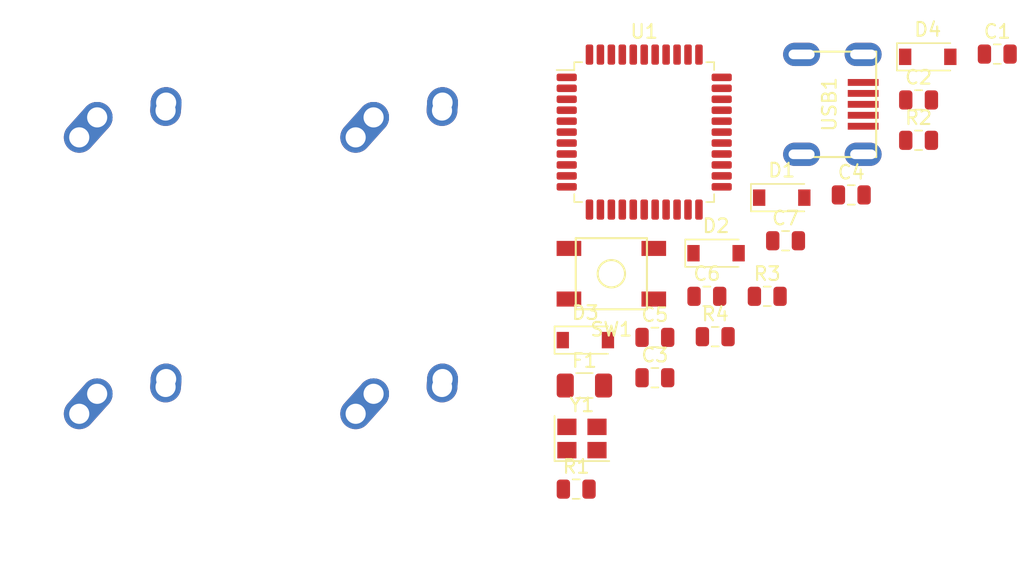
<source format=kicad_pcb>
(kicad_pcb (version 20171130) (host pcbnew "(5.1.4)-1")

  (general
    (thickness 1.6)
    (drawings 0)
    (tracks 0)
    (zones 0)
    (modules 24)
    (nets 49)
  )

  (page A4)
  (layers
    (0 F.Cu signal)
    (31 B.Cu signal)
    (32 B.Adhes user)
    (33 F.Adhes user)
    (34 B.Paste user)
    (35 F.Paste user)
    (36 B.SilkS user)
    (37 F.SilkS user)
    (38 B.Mask user)
    (39 F.Mask user)
    (40 Dwgs.User user)
    (41 Cmts.User user)
    (42 Eco1.User user)
    (43 Eco2.User user)
    (44 Edge.Cuts user)
    (45 Margin user)
    (46 B.CrtYd user)
    (47 F.CrtYd user)
    (48 B.Fab user)
    (49 F.Fab user)
  )

  (setup
    (last_trace_width 0.25)
    (trace_clearance 0.2)
    (zone_clearance 0.508)
    (zone_45_only no)
    (trace_min 0.2)
    (via_size 0.8)
    (via_drill 0.4)
    (via_min_size 0.4)
    (via_min_drill 0.3)
    (uvia_size 0.3)
    (uvia_drill 0.1)
    (uvias_allowed no)
    (uvia_min_size 0.2)
    (uvia_min_drill 0.1)
    (edge_width 0.05)
    (segment_width 0.2)
    (pcb_text_width 0.3)
    (pcb_text_size 1.5 1.5)
    (mod_edge_width 0.12)
    (mod_text_size 1 1)
    (mod_text_width 0.15)
    (pad_size 1.524 1.524)
    (pad_drill 0.762)
    (pad_to_mask_clearance 0.051)
    (solder_mask_min_width 0.25)
    (aux_axis_origin 0 0)
    (visible_elements FFFFFF7F)
    (pcbplotparams
      (layerselection 0x010fc_ffffffff)
      (usegerberextensions false)
      (usegerberattributes false)
      (usegerberadvancedattributes false)
      (creategerberjobfile false)
      (excludeedgelayer true)
      (linewidth 0.100000)
      (plotframeref false)
      (viasonmask false)
      (mode 1)
      (useauxorigin false)
      (hpglpennumber 1)
      (hpglpenspeed 20)
      (hpglpendiameter 15.000000)
      (psnegative false)
      (psa4output false)
      (plotreference true)
      (plotvalue true)
      (plotinvisibletext false)
      (padsonsilk false)
      (subtractmaskfromsilk false)
      (outputformat 1)
      (mirror false)
      (drillshape 1)
      (scaleselection 1)
      (outputdirectory ""))
  )

  (net 0 "")
  (net 1 "Net-(C1-Pad2)")
  (net 2 GND)
  (net 3 "Net-(C2-Pad2)")
  (net 4 "Net-(C3-Pad1)")
  (net 5 +5V)
  (net 6 "Net-(D1-Pad2)")
  (net 7 ROW0)
  (net 8 "Net-(D2-Pad2)")
  (net 9 "Net-(D3-Pad2)")
  (net 10 ROW1)
  (net 11 "Net-(D4-Pad2)")
  (net 12 VCC)
  (net 13 COL0)
  (net 14 COL1)
  (net 15 "Net-(R1-Pad2)")
  (net 16 D+)
  (net 17 "Net-(R2-Pad1)")
  (net 18 D-)
  (net 19 "Net-(R3-Pad1)")
  (net 20 "Net-(R4-Pad2)")
  (net 21 "Net-(U1-Pad42)")
  (net 22 "Net-(U1-Pad41)")
  (net 23 "Net-(U1-Pad40)")
  (net 24 "Net-(U1-Pad39)")
  (net 25 "Net-(U1-Pad38)")
  (net 26 "Net-(U1-Pad37)")
  (net 27 "Net-(U1-Pad36)")
  (net 28 "Net-(U1-Pad32)")
  (net 29 "Net-(U1-Pad31)")
  (net 30 "Net-(U1-Pad30)")
  (net 31 "Net-(U1-Pad29)")
  (net 32 "Net-(U1-Pad28)")
  (net 33 "Net-(U1-Pad27)")
  (net 34 "Net-(U1-Pad26)")
  (net 35 "Net-(U1-Pad25)")
  (net 36 "Net-(U1-Pad22)")
  (net 37 "Net-(U1-Pad21)")
  (net 38 "Net-(U1-Pad20)")
  (net 39 "Net-(U1-Pad19)")
  (net 40 "Net-(U1-Pad18)")
  (net 41 "Net-(U1-Pad12)")
  (net 42 "Net-(U1-Pad11)")
  (net 43 "Net-(U1-Pad10)")
  (net 44 "Net-(U1-Pad9)")
  (net 45 "Net-(U1-Pad8)")
  (net 46 "Net-(U1-Pad1)")
  (net 47 "Net-(USB1-Pad6)")
  (net 48 "Net-(USB1-Pad2)")

  (net_class Default "This is the default net class."
    (clearance 0.2)
    (trace_width 0.25)
    (via_dia 0.8)
    (via_drill 0.4)
    (uvia_dia 0.3)
    (uvia_drill 0.1)
    (add_net +5V)
    (add_net COL0)
    (add_net COL1)
    (add_net D+)
    (add_net D-)
    (add_net GND)
    (add_net "Net-(C1-Pad2)")
    (add_net "Net-(C2-Pad2)")
    (add_net "Net-(C3-Pad1)")
    (add_net "Net-(D1-Pad2)")
    (add_net "Net-(D2-Pad2)")
    (add_net "Net-(D3-Pad2)")
    (add_net "Net-(D4-Pad2)")
    (add_net "Net-(R1-Pad2)")
    (add_net "Net-(R2-Pad1)")
    (add_net "Net-(R3-Pad1)")
    (add_net "Net-(R4-Pad2)")
    (add_net "Net-(U1-Pad1)")
    (add_net "Net-(U1-Pad10)")
    (add_net "Net-(U1-Pad11)")
    (add_net "Net-(U1-Pad12)")
    (add_net "Net-(U1-Pad18)")
    (add_net "Net-(U1-Pad19)")
    (add_net "Net-(U1-Pad20)")
    (add_net "Net-(U1-Pad21)")
    (add_net "Net-(U1-Pad22)")
    (add_net "Net-(U1-Pad25)")
    (add_net "Net-(U1-Pad26)")
    (add_net "Net-(U1-Pad27)")
    (add_net "Net-(U1-Pad28)")
    (add_net "Net-(U1-Pad29)")
    (add_net "Net-(U1-Pad30)")
    (add_net "Net-(U1-Pad31)")
    (add_net "Net-(U1-Pad32)")
    (add_net "Net-(U1-Pad36)")
    (add_net "Net-(U1-Pad37)")
    (add_net "Net-(U1-Pad38)")
    (add_net "Net-(U1-Pad39)")
    (add_net "Net-(U1-Pad40)")
    (add_net "Net-(U1-Pad41)")
    (add_net "Net-(U1-Pad42)")
    (add_net "Net-(U1-Pad8)")
    (add_net "Net-(U1-Pad9)")
    (add_net "Net-(USB1-Pad2)")
    (add_net "Net-(USB1-Pad6)")
    (add_net ROW0)
    (add_net ROW1)
    (add_net VCC)
  )

  (module Crystal:Crystal_SMD_3225-4Pin_3.2x2.5mm (layer F.Cu) (tedit 5A0FD1B2) (tstamp 5FF58872)
    (at 63.63 111.91)
    (descr "SMD Crystal SERIES SMD3225/4 http://www.txccrystal.com/images/pdf/7m-accuracy.pdf, 3.2x2.5mm^2 package")
    (tags "SMD SMT crystal")
    (path /5FB8F343)
    (attr smd)
    (fp_text reference Y1 (at 0 -2.45) (layer F.SilkS)
      (effects (font (size 1 1) (thickness 0.15)))
    )
    (fp_text value 16MHz (at 0 2.45) (layer F.Fab)
      (effects (font (size 1 1) (thickness 0.15)))
    )
    (fp_line (start 2.1 -1.7) (end -2.1 -1.7) (layer F.CrtYd) (width 0.05))
    (fp_line (start 2.1 1.7) (end 2.1 -1.7) (layer F.CrtYd) (width 0.05))
    (fp_line (start -2.1 1.7) (end 2.1 1.7) (layer F.CrtYd) (width 0.05))
    (fp_line (start -2.1 -1.7) (end -2.1 1.7) (layer F.CrtYd) (width 0.05))
    (fp_line (start -2 1.65) (end 2 1.65) (layer F.SilkS) (width 0.12))
    (fp_line (start -2 -1.65) (end -2 1.65) (layer F.SilkS) (width 0.12))
    (fp_line (start -1.6 0.25) (end -0.6 1.25) (layer F.Fab) (width 0.1))
    (fp_line (start 1.6 -1.25) (end -1.6 -1.25) (layer F.Fab) (width 0.1))
    (fp_line (start 1.6 1.25) (end 1.6 -1.25) (layer F.Fab) (width 0.1))
    (fp_line (start -1.6 1.25) (end 1.6 1.25) (layer F.Fab) (width 0.1))
    (fp_line (start -1.6 -1.25) (end -1.6 1.25) (layer F.Fab) (width 0.1))
    (fp_text user %R (at 0 0) (layer F.Fab)
      (effects (font (size 0.7 0.7) (thickness 0.105)))
    )
    (pad 4 smd rect (at -1.1 -0.85) (size 1.4 1.2) (layers F.Cu F.Paste F.Mask)
      (net 2 GND))
    (pad 3 smd rect (at 1.1 -0.85) (size 1.4 1.2) (layers F.Cu F.Paste F.Mask)
      (net 3 "Net-(C2-Pad2)"))
    (pad 2 smd rect (at 1.1 0.85) (size 1.4 1.2) (layers F.Cu F.Paste F.Mask)
      (net 2 GND))
    (pad 1 smd rect (at -1.1 0.85) (size 1.4 1.2) (layers F.Cu F.Paste F.Mask)
      (net 1 "Net-(C1-Pad2)"))
    (model ${KISYS3DMOD}/Crystal.3dshapes/Crystal_SMD_3225-4Pin_3.2x2.5mm.wrl
      (at (xyz 0 0 0))
      (scale (xyz 1 1 1))
      (rotate (xyz 0 0 0))
    )
  )

  (module random-keyboard-parts:Molex-0548190589 (layer F.Cu) (tedit 5C494815) (tstamp 5FF5885E)
    (at 79.68 87.492)
    (path /5FE694F7)
    (attr smd)
    (fp_text reference USB1 (at 2.032 0 90) (layer F.SilkS)
      (effects (font (size 1 1) (thickness 0.15)))
    )
    (fp_text value Molex-0548190589 (at -5.08 0 90) (layer Dwgs.User)
      (effects (font (size 1 1) (thickness 0.15)))
    )
    (fp_text user %R (at 2 0 90) (layer F.CrtYd)
      (effects (font (size 1 1) (thickness 0.15)))
    )
    (fp_line (start 3.25 -1.25) (end 5.5 -1.25) (layer F.CrtYd) (width 0.15))
    (fp_line (start 5.5 -0.5) (end 3.25 -0.5) (layer F.CrtYd) (width 0.15))
    (fp_line (start 3.25 0.5) (end 5.5 0.5) (layer F.CrtYd) (width 0.15))
    (fp_line (start 5.5 1.25) (end 3.25 1.25) (layer F.CrtYd) (width 0.15))
    (fp_line (start 3.25 2) (end 5.5 2) (layer F.CrtYd) (width 0.15))
    (fp_line (start 3.25 -2) (end 3.25 2) (layer F.CrtYd) (width 0.15))
    (fp_line (start 5.5 -2) (end 3.25 -2) (layer F.CrtYd) (width 0.15))
    (fp_line (start -3.75 3.75) (end -3.75 -3.75) (layer F.CrtYd) (width 0.15))
    (fp_line (start 5.5 3.75) (end -3.75 3.75) (layer F.CrtYd) (width 0.15))
    (fp_line (start 5.5 -3.75) (end 5.5 3.75) (layer F.CrtYd) (width 0.15))
    (fp_line (start -3.75 -3.75) (end 5.5 -3.75) (layer F.CrtYd) (width 0.15))
    (fp_line (start 0 -3.85) (end 5.45 -3.85) (layer F.SilkS) (width 0.15))
    (fp_line (start 0 3.85) (end 5.45 3.85) (layer F.SilkS) (width 0.15))
    (fp_line (start 5.45 -3.85) (end 5.45 3.85) (layer F.SilkS) (width 0.15))
    (fp_line (start -3.75 -3.85) (end 0 -3.85) (layer Dwgs.User) (width 0.15))
    (fp_line (start -3.75 3.85) (end 0 3.85) (layer Dwgs.User) (width 0.15))
    (fp_line (start -1.75 -4.572) (end -1.75 4.572) (layer Dwgs.User) (width 0.15))
    (fp_line (start -3.75 -3.85) (end -3.75 3.85) (layer Dwgs.User) (width 0.15))
    (pad 6 thru_hole oval (at 0 -3.65) (size 2.7 1.7) (drill oval 1.9 0.7) (layers *.Cu *.Mask)
      (net 47 "Net-(USB1-Pad6)"))
    (pad 6 thru_hole oval (at 0 3.65) (size 2.7 1.7) (drill oval 1.9 0.7) (layers *.Cu *.Mask)
      (net 47 "Net-(USB1-Pad6)"))
    (pad 6 thru_hole oval (at 4.5 3.65) (size 2.7 1.7) (drill oval 1.9 0.7) (layers *.Cu *.Mask)
      (net 47 "Net-(USB1-Pad6)"))
    (pad 6 thru_hole oval (at 4.5 -3.65) (size 2.7 1.7) (drill oval 1.9 0.7) (layers *.Cu *.Mask)
      (net 47 "Net-(USB1-Pad6)"))
    (pad 5 smd rect (at 4.5 -1.6) (size 2.25 0.5) (layers F.Cu F.Paste F.Mask)
      (net 12 VCC))
    (pad 4 smd rect (at 4.5 -0.8) (size 2.25 0.5) (layers F.Cu F.Paste F.Mask)
      (net 18 D-))
    (pad 3 smd rect (at 4.5 0) (size 2.25 0.5) (layers F.Cu F.Paste F.Mask)
      (net 16 D+))
    (pad 2 smd rect (at 4.5 0.8) (size 2.25 0.5) (layers F.Cu F.Paste F.Mask)
      (net 48 "Net-(USB1-Pad2)"))
    (pad 1 smd rect (at 4.5 1.6) (size 2.25 0.5) (layers F.Cu F.Paste F.Mask)
      (net 2 GND))
  )

  (module Package_QFP:LQFP-44_10x10mm_P0.8mm (layer F.Cu) (tedit 5C18330E) (tstamp 5FF5883E)
    (at 68.18 89.52)
    (descr "LQFP, 44 Pin (https://www.nxp.com/files-static/shared/doc/package_info/98ASS23225W.pdf?&fsrch=1), generated with kicad-footprint-generator ipc_gullwing_generator.py")
    (tags "LQFP QFP")
    (path /5FB82BAB)
    (attr smd)
    (fp_text reference U1 (at 0 -7.35) (layer F.SilkS)
      (effects (font (size 1 1) (thickness 0.15)))
    )
    (fp_text value ATmega32U4-AU (at 0 7.35) (layer F.Fab)
      (effects (font (size 1 1) (thickness 0.15)))
    )
    (fp_text user %R (at 0 0) (layer F.Fab)
      (effects (font (size 1 1) (thickness 0.15)))
    )
    (fp_line (start 6.65 4.52) (end 6.65 0) (layer F.CrtYd) (width 0.05))
    (fp_line (start 5.25 4.52) (end 6.65 4.52) (layer F.CrtYd) (width 0.05))
    (fp_line (start 5.25 5.25) (end 5.25 4.52) (layer F.CrtYd) (width 0.05))
    (fp_line (start 4.52 5.25) (end 5.25 5.25) (layer F.CrtYd) (width 0.05))
    (fp_line (start 4.52 6.65) (end 4.52 5.25) (layer F.CrtYd) (width 0.05))
    (fp_line (start 0 6.65) (end 4.52 6.65) (layer F.CrtYd) (width 0.05))
    (fp_line (start -6.65 4.52) (end -6.65 0) (layer F.CrtYd) (width 0.05))
    (fp_line (start -5.25 4.52) (end -6.65 4.52) (layer F.CrtYd) (width 0.05))
    (fp_line (start -5.25 5.25) (end -5.25 4.52) (layer F.CrtYd) (width 0.05))
    (fp_line (start -4.52 5.25) (end -5.25 5.25) (layer F.CrtYd) (width 0.05))
    (fp_line (start -4.52 6.65) (end -4.52 5.25) (layer F.CrtYd) (width 0.05))
    (fp_line (start 0 6.65) (end -4.52 6.65) (layer F.CrtYd) (width 0.05))
    (fp_line (start 6.65 -4.52) (end 6.65 0) (layer F.CrtYd) (width 0.05))
    (fp_line (start 5.25 -4.52) (end 6.65 -4.52) (layer F.CrtYd) (width 0.05))
    (fp_line (start 5.25 -5.25) (end 5.25 -4.52) (layer F.CrtYd) (width 0.05))
    (fp_line (start 4.52 -5.25) (end 5.25 -5.25) (layer F.CrtYd) (width 0.05))
    (fp_line (start 4.52 -6.65) (end 4.52 -5.25) (layer F.CrtYd) (width 0.05))
    (fp_line (start 0 -6.65) (end 4.52 -6.65) (layer F.CrtYd) (width 0.05))
    (fp_line (start -6.65 -4.52) (end -6.65 0) (layer F.CrtYd) (width 0.05))
    (fp_line (start -5.25 -4.52) (end -6.65 -4.52) (layer F.CrtYd) (width 0.05))
    (fp_line (start -5.25 -5.25) (end -5.25 -4.52) (layer F.CrtYd) (width 0.05))
    (fp_line (start -4.52 -5.25) (end -5.25 -5.25) (layer F.CrtYd) (width 0.05))
    (fp_line (start -4.52 -6.65) (end -4.52 -5.25) (layer F.CrtYd) (width 0.05))
    (fp_line (start 0 -6.65) (end -4.52 -6.65) (layer F.CrtYd) (width 0.05))
    (fp_line (start -5 -4) (end -4 -5) (layer F.Fab) (width 0.1))
    (fp_line (start -5 5) (end -5 -4) (layer F.Fab) (width 0.1))
    (fp_line (start 5 5) (end -5 5) (layer F.Fab) (width 0.1))
    (fp_line (start 5 -5) (end 5 5) (layer F.Fab) (width 0.1))
    (fp_line (start -4 -5) (end 5 -5) (layer F.Fab) (width 0.1))
    (fp_line (start -5.11 -4.535) (end -6.4 -4.535) (layer F.SilkS) (width 0.12))
    (fp_line (start -5.11 -5.11) (end -5.11 -4.535) (layer F.SilkS) (width 0.12))
    (fp_line (start -4.535 -5.11) (end -5.11 -5.11) (layer F.SilkS) (width 0.12))
    (fp_line (start 5.11 -5.11) (end 5.11 -4.535) (layer F.SilkS) (width 0.12))
    (fp_line (start 4.535 -5.11) (end 5.11 -5.11) (layer F.SilkS) (width 0.12))
    (fp_line (start -5.11 5.11) (end -5.11 4.535) (layer F.SilkS) (width 0.12))
    (fp_line (start -4.535 5.11) (end -5.11 5.11) (layer F.SilkS) (width 0.12))
    (fp_line (start 5.11 5.11) (end 5.11 4.535) (layer F.SilkS) (width 0.12))
    (fp_line (start 4.535 5.11) (end 5.11 5.11) (layer F.SilkS) (width 0.12))
    (pad 44 smd roundrect (at -4 -5.6625) (size 0.55 1.475) (layers F.Cu F.Paste F.Mask) (roundrect_rratio 0.25)
      (net 5 +5V))
    (pad 43 smd roundrect (at -3.2 -5.6625) (size 0.55 1.475) (layers F.Cu F.Paste F.Mask) (roundrect_rratio 0.25)
      (net 2 GND))
    (pad 42 smd roundrect (at -2.4 -5.6625) (size 0.55 1.475) (layers F.Cu F.Paste F.Mask) (roundrect_rratio 0.25)
      (net 21 "Net-(U1-Pad42)"))
    (pad 41 smd roundrect (at -1.6 -5.6625) (size 0.55 1.475) (layers F.Cu F.Paste F.Mask) (roundrect_rratio 0.25)
      (net 22 "Net-(U1-Pad41)"))
    (pad 40 smd roundrect (at -0.8 -5.6625) (size 0.55 1.475) (layers F.Cu F.Paste F.Mask) (roundrect_rratio 0.25)
      (net 23 "Net-(U1-Pad40)"))
    (pad 39 smd roundrect (at 0 -5.6625) (size 0.55 1.475) (layers F.Cu F.Paste F.Mask) (roundrect_rratio 0.25)
      (net 24 "Net-(U1-Pad39)"))
    (pad 38 smd roundrect (at 0.8 -5.6625) (size 0.55 1.475) (layers F.Cu F.Paste F.Mask) (roundrect_rratio 0.25)
      (net 25 "Net-(U1-Pad38)"))
    (pad 37 smd roundrect (at 1.6 -5.6625) (size 0.55 1.475) (layers F.Cu F.Paste F.Mask) (roundrect_rratio 0.25)
      (net 26 "Net-(U1-Pad37)"))
    (pad 36 smd roundrect (at 2.4 -5.6625) (size 0.55 1.475) (layers F.Cu F.Paste F.Mask) (roundrect_rratio 0.25)
      (net 27 "Net-(U1-Pad36)"))
    (pad 35 smd roundrect (at 3.2 -5.6625) (size 0.55 1.475) (layers F.Cu F.Paste F.Mask) (roundrect_rratio 0.25)
      (net 2 GND))
    (pad 34 smd roundrect (at 4 -5.6625) (size 0.55 1.475) (layers F.Cu F.Paste F.Mask) (roundrect_rratio 0.25)
      (net 5 +5V))
    (pad 33 smd roundrect (at 5.6625 -4) (size 1.475 0.55) (layers F.Cu F.Paste F.Mask) (roundrect_rratio 0.25)
      (net 20 "Net-(R4-Pad2)"))
    (pad 32 smd roundrect (at 5.6625 -3.2) (size 1.475 0.55) (layers F.Cu F.Paste F.Mask) (roundrect_rratio 0.25)
      (net 28 "Net-(U1-Pad32)"))
    (pad 31 smd roundrect (at 5.6625 -2.4) (size 1.475 0.55) (layers F.Cu F.Paste F.Mask) (roundrect_rratio 0.25)
      (net 29 "Net-(U1-Pad31)"))
    (pad 30 smd roundrect (at 5.6625 -1.6) (size 1.475 0.55) (layers F.Cu F.Paste F.Mask) (roundrect_rratio 0.25)
      (net 30 "Net-(U1-Pad30)"))
    (pad 29 smd roundrect (at 5.6625 -0.8) (size 1.475 0.55) (layers F.Cu F.Paste F.Mask) (roundrect_rratio 0.25)
      (net 31 "Net-(U1-Pad29)"))
    (pad 28 smd roundrect (at 5.6625 0) (size 1.475 0.55) (layers F.Cu F.Paste F.Mask) (roundrect_rratio 0.25)
      (net 32 "Net-(U1-Pad28)"))
    (pad 27 smd roundrect (at 5.6625 0.8) (size 1.475 0.55) (layers F.Cu F.Paste F.Mask) (roundrect_rratio 0.25)
      (net 33 "Net-(U1-Pad27)"))
    (pad 26 smd roundrect (at 5.6625 1.6) (size 1.475 0.55) (layers F.Cu F.Paste F.Mask) (roundrect_rratio 0.25)
      (net 34 "Net-(U1-Pad26)"))
    (pad 25 smd roundrect (at 5.6625 2.4) (size 1.475 0.55) (layers F.Cu F.Paste F.Mask) (roundrect_rratio 0.25)
      (net 35 "Net-(U1-Pad25)"))
    (pad 24 smd roundrect (at 5.6625 3.2) (size 1.475 0.55) (layers F.Cu F.Paste F.Mask) (roundrect_rratio 0.25)
      (net 5 +5V))
    (pad 23 smd roundrect (at 5.6625 4) (size 1.475 0.55) (layers F.Cu F.Paste F.Mask) (roundrect_rratio 0.25)
      (net 2 GND))
    (pad 22 smd roundrect (at 4 5.6625) (size 0.55 1.475) (layers F.Cu F.Paste F.Mask) (roundrect_rratio 0.25)
      (net 36 "Net-(U1-Pad22)"))
    (pad 21 smd roundrect (at 3.2 5.6625) (size 0.55 1.475) (layers F.Cu F.Paste F.Mask) (roundrect_rratio 0.25)
      (net 37 "Net-(U1-Pad21)"))
    (pad 20 smd roundrect (at 2.4 5.6625) (size 0.55 1.475) (layers F.Cu F.Paste F.Mask) (roundrect_rratio 0.25)
      (net 38 "Net-(U1-Pad20)"))
    (pad 19 smd roundrect (at 1.6 5.6625) (size 0.55 1.475) (layers F.Cu F.Paste F.Mask) (roundrect_rratio 0.25)
      (net 39 "Net-(U1-Pad19)"))
    (pad 18 smd roundrect (at 0.8 5.6625) (size 0.55 1.475) (layers F.Cu F.Paste F.Mask) (roundrect_rratio 0.25)
      (net 40 "Net-(U1-Pad18)"))
    (pad 17 smd roundrect (at 0 5.6625) (size 0.55 1.475) (layers F.Cu F.Paste F.Mask) (roundrect_rratio 0.25)
      (net 1 "Net-(C1-Pad2)"))
    (pad 16 smd roundrect (at -0.8 5.6625) (size 0.55 1.475) (layers F.Cu F.Paste F.Mask) (roundrect_rratio 0.25)
      (net 3 "Net-(C2-Pad2)"))
    (pad 15 smd roundrect (at -1.6 5.6625) (size 0.55 1.475) (layers F.Cu F.Paste F.Mask) (roundrect_rratio 0.25)
      (net 2 GND))
    (pad 14 smd roundrect (at -2.4 5.6625) (size 0.55 1.475) (layers F.Cu F.Paste F.Mask) (roundrect_rratio 0.25)
      (net 5 +5V))
    (pad 13 smd roundrect (at -3.2 5.6625) (size 0.55 1.475) (layers F.Cu F.Paste F.Mask) (roundrect_rratio 0.25)
      (net 15 "Net-(R1-Pad2)"))
    (pad 12 smd roundrect (at -4 5.6625) (size 0.55 1.475) (layers F.Cu F.Paste F.Mask) (roundrect_rratio 0.25)
      (net 41 "Net-(U1-Pad12)"))
    (pad 11 smd roundrect (at -5.6625 4) (size 1.475 0.55) (layers F.Cu F.Paste F.Mask) (roundrect_rratio 0.25)
      (net 42 "Net-(U1-Pad11)"))
    (pad 10 smd roundrect (at -5.6625 3.2) (size 1.475 0.55) (layers F.Cu F.Paste F.Mask) (roundrect_rratio 0.25)
      (net 43 "Net-(U1-Pad10)"))
    (pad 9 smd roundrect (at -5.6625 2.4) (size 1.475 0.55) (layers F.Cu F.Paste F.Mask) (roundrect_rratio 0.25)
      (net 44 "Net-(U1-Pad9)"))
    (pad 8 smd roundrect (at -5.6625 1.6) (size 1.475 0.55) (layers F.Cu F.Paste F.Mask) (roundrect_rratio 0.25)
      (net 45 "Net-(U1-Pad8)"))
    (pad 7 smd roundrect (at -5.6625 0.8) (size 1.475 0.55) (layers F.Cu F.Paste F.Mask) (roundrect_rratio 0.25)
      (net 5 +5V))
    (pad 6 smd roundrect (at -5.6625 0) (size 1.475 0.55) (layers F.Cu F.Paste F.Mask) (roundrect_rratio 0.25)
      (net 4 "Net-(C3-Pad1)"))
    (pad 5 smd roundrect (at -5.6625 -0.8) (size 1.475 0.55) (layers F.Cu F.Paste F.Mask) (roundrect_rratio 0.25)
      (net 2 GND))
    (pad 4 smd roundrect (at -5.6625 -1.6) (size 1.475 0.55) (layers F.Cu F.Paste F.Mask) (roundrect_rratio 0.25)
      (net 17 "Net-(R2-Pad1)"))
    (pad 3 smd roundrect (at -5.6625 -2.4) (size 1.475 0.55) (layers F.Cu F.Paste F.Mask) (roundrect_rratio 0.25)
      (net 19 "Net-(R3-Pad1)"))
    (pad 2 smd roundrect (at -5.6625 -3.2) (size 1.475 0.55) (layers F.Cu F.Paste F.Mask) (roundrect_rratio 0.25)
      (net 5 +5V))
    (pad 1 smd roundrect (at -5.6625 -4) (size 1.475 0.55) (layers F.Cu F.Paste F.Mask) (roundrect_rratio 0.25)
      (net 46 "Net-(U1-Pad1)"))
    (model ${KISYS3DMOD}/Package_QFP.3dshapes/LQFP-44_10x10mm_P0.8mm.wrl
      (at (xyz 0 0 0))
      (scale (xyz 1 1 1))
      (rotate (xyz 0 0 0))
    )
  )

  (module random-keyboard-parts:SKQG-1155865 (layer F.Cu) (tedit 5E62B398) (tstamp 5FF587E7)
    (at 65.78 99.87)
    (path /5FBAF13F)
    (attr smd)
    (fp_text reference SW1 (at 0 4.064) (layer F.SilkS)
      (effects (font (size 1 1) (thickness 0.15)))
    )
    (fp_text value SW_Push (at 0 -4.064) (layer F.Fab)
      (effects (font (size 1 1) (thickness 0.15)))
    )
    (fp_line (start -2.6 -2.6) (end 2.6 -2.6) (layer F.SilkS) (width 0.15))
    (fp_line (start 2.6 -2.6) (end 2.6 2.6) (layer F.SilkS) (width 0.15))
    (fp_line (start 2.6 2.6) (end -2.6 2.6) (layer F.SilkS) (width 0.15))
    (fp_line (start -2.6 2.6) (end -2.6 -2.6) (layer F.SilkS) (width 0.15))
    (fp_circle (center 0 0) (end 1 0) (layer F.SilkS) (width 0.15))
    (fp_line (start -4.2 -2.6) (end 4.2 -2.6) (layer F.Fab) (width 0.15))
    (fp_line (start 4.2 -2.6) (end 4.2 -1.2) (layer F.Fab) (width 0.15))
    (fp_line (start 4.2 -1.1) (end 2.6 -1.1) (layer F.Fab) (width 0.15))
    (fp_line (start 2.6 -1.1) (end 2.6 1.1) (layer F.Fab) (width 0.15))
    (fp_line (start 2.6 1.1) (end 4.2 1.1) (layer F.Fab) (width 0.15))
    (fp_line (start 4.2 1.1) (end 4.2 2.6) (layer F.Fab) (width 0.15))
    (fp_line (start 4.2 2.6) (end -4.2 2.6) (layer F.Fab) (width 0.15))
    (fp_line (start -4.2 2.6) (end -4.2 1.1) (layer F.Fab) (width 0.15))
    (fp_line (start -4.2 1.1) (end -2.6 1.1) (layer F.Fab) (width 0.15))
    (fp_line (start -2.6 1.1) (end -2.6 -1.1) (layer F.Fab) (width 0.15))
    (fp_line (start -2.6 -1.1) (end -4.2 -1.1) (layer F.Fab) (width 0.15))
    (fp_line (start -4.2 -1.1) (end -4.2 -2.6) (layer F.Fab) (width 0.15))
    (fp_circle (center 0 0) (end 1 0) (layer F.Fab) (width 0.15))
    (fp_line (start -2.6 -1.1) (end -1.1 -2.6) (layer F.Fab) (width 0.15))
    (fp_line (start 2.6 -1.1) (end 1.1 -2.6) (layer F.Fab) (width 0.15))
    (fp_line (start 2.6 1.1) (end 1.1 2.6) (layer F.Fab) (width 0.15))
    (fp_line (start -2.6 1.1) (end -1.1 2.6) (layer F.Fab) (width 0.15))
    (pad 4 smd rect (at -3.1 1.85) (size 1.8 1.1) (layers F.Cu F.Paste F.Mask))
    (pad 3 smd rect (at 3.1 -1.85) (size 1.8 1.1) (layers F.Cu F.Paste F.Mask))
    (pad 2 smd rect (at -3.1 -1.85) (size 1.8 1.1) (layers F.Cu F.Paste F.Mask)
      (net 15 "Net-(R1-Pad2)"))
    (pad 1 smd rect (at 3.1 1.85) (size 1.8 1.1) (layers F.Cu F.Paste F.Mask)
      (net 2 GND))
    (model ${KISYS3DMOD}/Button_Switch_SMD.3dshapes/SW_SPST_TL3342.step
      (at (xyz 0 0 0))
      (scale (xyz 1 1 1))
      (rotate (xyz 0 0 0))
    )
  )

  (module Resistor_SMD:R_0805_2012Metric (layer F.Cu) (tedit 5B36C52B) (tstamp 5FF587C9)
    (at 73.37 104.47)
    (descr "Resistor SMD 0805 (2012 Metric), square (rectangular) end terminal, IPC_7351 nominal, (Body size source: https://docs.google.com/spreadsheets/d/1BsfQQcO9C6DZCsRaXUlFlo91Tg2WpOkGARC1WS5S8t0/edit?usp=sharing), generated with kicad-footprint-generator")
    (tags resistor)
    (path /5FB8AA35)
    (attr smd)
    (fp_text reference R4 (at 0 -1.65) (layer F.SilkS)
      (effects (font (size 1 1) (thickness 0.15)))
    )
    (fp_text value 10K (at 0 1.65) (layer F.Fab)
      (effects (font (size 1 1) (thickness 0.15)))
    )
    (fp_text user %R (at 0 0) (layer F.Fab)
      (effects (font (size 0.5 0.5) (thickness 0.08)))
    )
    (fp_line (start 1.68 0.95) (end -1.68 0.95) (layer F.CrtYd) (width 0.05))
    (fp_line (start 1.68 -0.95) (end 1.68 0.95) (layer F.CrtYd) (width 0.05))
    (fp_line (start -1.68 -0.95) (end 1.68 -0.95) (layer F.CrtYd) (width 0.05))
    (fp_line (start -1.68 0.95) (end -1.68 -0.95) (layer F.CrtYd) (width 0.05))
    (fp_line (start -0.258578 0.71) (end 0.258578 0.71) (layer F.SilkS) (width 0.12))
    (fp_line (start -0.258578 -0.71) (end 0.258578 -0.71) (layer F.SilkS) (width 0.12))
    (fp_line (start 1 0.6) (end -1 0.6) (layer F.Fab) (width 0.1))
    (fp_line (start 1 -0.6) (end 1 0.6) (layer F.Fab) (width 0.1))
    (fp_line (start -1 -0.6) (end 1 -0.6) (layer F.Fab) (width 0.1))
    (fp_line (start -1 0.6) (end -1 -0.6) (layer F.Fab) (width 0.1))
    (pad 2 smd roundrect (at 0.9375 0) (size 0.975 1.4) (layers F.Cu F.Paste F.Mask) (roundrect_rratio 0.25)
      (net 20 "Net-(R4-Pad2)"))
    (pad 1 smd roundrect (at -0.9375 0) (size 0.975 1.4) (layers F.Cu F.Paste F.Mask) (roundrect_rratio 0.25)
      (net 2 GND))
    (model ${KISYS3DMOD}/Resistor_SMD.3dshapes/R_0805_2012Metric.wrl
      (at (xyz 0 0 0))
      (scale (xyz 1 1 1))
      (rotate (xyz 0 0 0))
    )
  )

  (module Resistor_SMD:R_0805_2012Metric (layer F.Cu) (tedit 5B36C52B) (tstamp 5FF587B8)
    (at 77.17 101.52)
    (descr "Resistor SMD 0805 (2012 Metric), square (rectangular) end terminal, IPC_7351 nominal, (Body size source: https://docs.google.com/spreadsheets/d/1BsfQQcO9C6DZCsRaXUlFlo91Tg2WpOkGARC1WS5S8t0/edit?usp=sharing), generated with kicad-footprint-generator")
    (tags resistor)
    (path /5FB8FBDC)
    (attr smd)
    (fp_text reference R3 (at 0 -1.65) (layer F.SilkS)
      (effects (font (size 1 1) (thickness 0.15)))
    )
    (fp_text value 22 (at 0 1.65) (layer F.Fab)
      (effects (font (size 1 1) (thickness 0.15)))
    )
    (fp_text user %R (at 0 0) (layer F.Fab)
      (effects (font (size 0.5 0.5) (thickness 0.08)))
    )
    (fp_line (start 1.68 0.95) (end -1.68 0.95) (layer F.CrtYd) (width 0.05))
    (fp_line (start 1.68 -0.95) (end 1.68 0.95) (layer F.CrtYd) (width 0.05))
    (fp_line (start -1.68 -0.95) (end 1.68 -0.95) (layer F.CrtYd) (width 0.05))
    (fp_line (start -1.68 0.95) (end -1.68 -0.95) (layer F.CrtYd) (width 0.05))
    (fp_line (start -0.258578 0.71) (end 0.258578 0.71) (layer F.SilkS) (width 0.12))
    (fp_line (start -0.258578 -0.71) (end 0.258578 -0.71) (layer F.SilkS) (width 0.12))
    (fp_line (start 1 0.6) (end -1 0.6) (layer F.Fab) (width 0.1))
    (fp_line (start 1 -0.6) (end 1 0.6) (layer F.Fab) (width 0.1))
    (fp_line (start -1 -0.6) (end 1 -0.6) (layer F.Fab) (width 0.1))
    (fp_line (start -1 0.6) (end -1 -0.6) (layer F.Fab) (width 0.1))
    (pad 2 smd roundrect (at 0.9375 0) (size 0.975 1.4) (layers F.Cu F.Paste F.Mask) (roundrect_rratio 0.25)
      (net 18 D-))
    (pad 1 smd roundrect (at -0.9375 0) (size 0.975 1.4) (layers F.Cu F.Paste F.Mask) (roundrect_rratio 0.25)
      (net 19 "Net-(R3-Pad1)"))
    (model ${KISYS3DMOD}/Resistor_SMD.3dshapes/R_0805_2012Metric.wrl
      (at (xyz 0 0 0))
      (scale (xyz 1 1 1))
      (rotate (xyz 0 0 0))
    )
  )

  (module Resistor_SMD:R_0805_2012Metric (layer F.Cu) (tedit 5B36C52B) (tstamp 5FF587A7)
    (at 88.23 90.12)
    (descr "Resistor SMD 0805 (2012 Metric), square (rectangular) end terminal, IPC_7351 nominal, (Body size source: https://docs.google.com/spreadsheets/d/1BsfQQcO9C6DZCsRaXUlFlo91Tg2WpOkGARC1WS5S8t0/edit?usp=sharing), generated with kicad-footprint-generator")
    (tags resistor)
    (path /5FB8ED8C)
    (attr smd)
    (fp_text reference R2 (at 0 -1.65) (layer F.SilkS)
      (effects (font (size 1 1) (thickness 0.15)))
    )
    (fp_text value 22 (at 0 1.65) (layer F.Fab)
      (effects (font (size 1 1) (thickness 0.15)))
    )
    (fp_text user %R (at 0 0) (layer F.Fab)
      (effects (font (size 0.5 0.5) (thickness 0.08)))
    )
    (fp_line (start 1.68 0.95) (end -1.68 0.95) (layer F.CrtYd) (width 0.05))
    (fp_line (start 1.68 -0.95) (end 1.68 0.95) (layer F.CrtYd) (width 0.05))
    (fp_line (start -1.68 -0.95) (end 1.68 -0.95) (layer F.CrtYd) (width 0.05))
    (fp_line (start -1.68 0.95) (end -1.68 -0.95) (layer F.CrtYd) (width 0.05))
    (fp_line (start -0.258578 0.71) (end 0.258578 0.71) (layer F.SilkS) (width 0.12))
    (fp_line (start -0.258578 -0.71) (end 0.258578 -0.71) (layer F.SilkS) (width 0.12))
    (fp_line (start 1 0.6) (end -1 0.6) (layer F.Fab) (width 0.1))
    (fp_line (start 1 -0.6) (end 1 0.6) (layer F.Fab) (width 0.1))
    (fp_line (start -1 -0.6) (end 1 -0.6) (layer F.Fab) (width 0.1))
    (fp_line (start -1 0.6) (end -1 -0.6) (layer F.Fab) (width 0.1))
    (pad 2 smd roundrect (at 0.9375 0) (size 0.975 1.4) (layers F.Cu F.Paste F.Mask) (roundrect_rratio 0.25)
      (net 16 D+))
    (pad 1 smd roundrect (at -0.9375 0) (size 0.975 1.4) (layers F.Cu F.Paste F.Mask) (roundrect_rratio 0.25)
      (net 17 "Net-(R2-Pad1)"))
    (model ${KISYS3DMOD}/Resistor_SMD.3dshapes/R_0805_2012Metric.wrl
      (at (xyz 0 0 0))
      (scale (xyz 1 1 1))
      (rotate (xyz 0 0 0))
    )
  )

  (module Resistor_SMD:R_0805_2012Metric (layer F.Cu) (tedit 5B36C52B) (tstamp 5FF58796)
    (at 63.21 115.61)
    (descr "Resistor SMD 0805 (2012 Metric), square (rectangular) end terminal, IPC_7351 nominal, (Body size source: https://docs.google.com/spreadsheets/d/1BsfQQcO9C6DZCsRaXUlFlo91Tg2WpOkGARC1WS5S8t0/edit?usp=sharing), generated with kicad-footprint-generator")
    (tags resistor)
    (path /5FBB5157)
    (attr smd)
    (fp_text reference R1 (at 0 -1.65) (layer F.SilkS)
      (effects (font (size 1 1) (thickness 0.15)))
    )
    (fp_text value 10k (at 0 1.65) (layer F.Fab)
      (effects (font (size 1 1) (thickness 0.15)))
    )
    (fp_text user %R (at 0 0) (layer F.Fab)
      (effects (font (size 0.5 0.5) (thickness 0.08)))
    )
    (fp_line (start 1.68 0.95) (end -1.68 0.95) (layer F.CrtYd) (width 0.05))
    (fp_line (start 1.68 -0.95) (end 1.68 0.95) (layer F.CrtYd) (width 0.05))
    (fp_line (start -1.68 -0.95) (end 1.68 -0.95) (layer F.CrtYd) (width 0.05))
    (fp_line (start -1.68 0.95) (end -1.68 -0.95) (layer F.CrtYd) (width 0.05))
    (fp_line (start -0.258578 0.71) (end 0.258578 0.71) (layer F.SilkS) (width 0.12))
    (fp_line (start -0.258578 -0.71) (end 0.258578 -0.71) (layer F.SilkS) (width 0.12))
    (fp_line (start 1 0.6) (end -1 0.6) (layer F.Fab) (width 0.1))
    (fp_line (start 1 -0.6) (end 1 0.6) (layer F.Fab) (width 0.1))
    (fp_line (start -1 -0.6) (end 1 -0.6) (layer F.Fab) (width 0.1))
    (fp_line (start -1 0.6) (end -1 -0.6) (layer F.Fab) (width 0.1))
    (pad 2 smd roundrect (at 0.9375 0) (size 0.975 1.4) (layers F.Cu F.Paste F.Mask) (roundrect_rratio 0.25)
      (net 15 "Net-(R1-Pad2)"))
    (pad 1 smd roundrect (at -0.9375 0) (size 0.975 1.4) (layers F.Cu F.Paste F.Mask) (roundrect_rratio 0.25)
      (net 5 +5V))
    (model ${KISYS3DMOD}/Resistor_SMD.3dshapes/R_0805_2012Metric.wrl
      (at (xyz 0 0 0))
      (scale (xyz 1 1 1))
      (rotate (xyz 0 0 0))
    )
  )

  (module MX_Alps_Hybrid:MX-1U-NoLED (layer F.Cu) (tedit 5A9F5203) (tstamp 5FF58785)
    (at 50.905 92.445)
    (path /5FE919D5)
    (fp_text reference MX4 (at 0 3.175) (layer Dwgs.User)
      (effects (font (size 1 1) (thickness 0.15)))
    )
    (fp_text value MX-NoLED (at 0 -7.9375) (layer Dwgs.User)
      (effects (font (size 1 1) (thickness 0.15)))
    )
    (fp_line (start -9.525 9.525) (end -9.525 -9.525) (layer Dwgs.User) (width 0.15))
    (fp_line (start 9.525 9.525) (end -9.525 9.525) (layer Dwgs.User) (width 0.15))
    (fp_line (start 9.525 -9.525) (end 9.525 9.525) (layer Dwgs.User) (width 0.15))
    (fp_line (start -9.525 -9.525) (end 9.525 -9.525) (layer Dwgs.User) (width 0.15))
    (fp_line (start -7 -7) (end -7 -5) (layer Dwgs.User) (width 0.15))
    (fp_line (start -5 -7) (end -7 -7) (layer Dwgs.User) (width 0.15))
    (fp_line (start -7 7) (end -5 7) (layer Dwgs.User) (width 0.15))
    (fp_line (start -7 5) (end -7 7) (layer Dwgs.User) (width 0.15))
    (fp_line (start 7 7) (end 7 5) (layer Dwgs.User) (width 0.15))
    (fp_line (start 5 7) (end 7 7) (layer Dwgs.User) (width 0.15))
    (fp_line (start 7 -7) (end 7 -5) (layer Dwgs.User) (width 0.15))
    (fp_line (start 5 -7) (end 7 -7) (layer Dwgs.User) (width 0.15))
    (pad "" np_thru_hole circle (at 5.08 0 48.0996) (size 1.75 1.75) (drill 1.75) (layers *.Cu *.Mask))
    (pad "" np_thru_hole circle (at -5.08 0 48.0996) (size 1.75 1.75) (drill 1.75) (layers *.Cu *.Mask))
    (pad 1 thru_hole circle (at -2.5 -4) (size 2.25 2.25) (drill 1.47) (layers *.Cu B.Mask)
      (net 14 COL1))
    (pad "" np_thru_hole circle (at 0 0) (size 3.9878 3.9878) (drill 3.9878) (layers *.Cu *.Mask))
    (pad 1 thru_hole oval (at -3.81 -2.54 48.0996) (size 4.211556 2.25) (drill 1.47 (offset 0.980778 0)) (layers *.Cu B.Mask)
      (net 14 COL1))
    (pad 2 thru_hole circle (at 2.54 -5.08) (size 2.25 2.25) (drill 1.47) (layers *.Cu B.Mask)
      (net 11 "Net-(D4-Pad2)"))
    (pad 2 thru_hole oval (at 2.5 -4.5 86.0548) (size 2.831378 2.25) (drill 1.47 (offset 0.290689 0)) (layers *.Cu B.Mask)
      (net 11 "Net-(D4-Pad2)"))
  )

  (module MX_Alps_Hybrid:MX-1U-NoLED (layer F.Cu) (tedit 5A9F5203) (tstamp 5FF5876E)
    (at 50.905 112.645)
    (path /5FE919C9)
    (fp_text reference MX3 (at 0 3.175) (layer Dwgs.User)
      (effects (font (size 1 1) (thickness 0.15)))
    )
    (fp_text value MX-NoLED (at 0 -7.9375) (layer Dwgs.User)
      (effects (font (size 1 1) (thickness 0.15)))
    )
    (fp_line (start -9.525 9.525) (end -9.525 -9.525) (layer Dwgs.User) (width 0.15))
    (fp_line (start 9.525 9.525) (end -9.525 9.525) (layer Dwgs.User) (width 0.15))
    (fp_line (start 9.525 -9.525) (end 9.525 9.525) (layer Dwgs.User) (width 0.15))
    (fp_line (start -9.525 -9.525) (end 9.525 -9.525) (layer Dwgs.User) (width 0.15))
    (fp_line (start -7 -7) (end -7 -5) (layer Dwgs.User) (width 0.15))
    (fp_line (start -5 -7) (end -7 -7) (layer Dwgs.User) (width 0.15))
    (fp_line (start -7 7) (end -5 7) (layer Dwgs.User) (width 0.15))
    (fp_line (start -7 5) (end -7 7) (layer Dwgs.User) (width 0.15))
    (fp_line (start 7 7) (end 7 5) (layer Dwgs.User) (width 0.15))
    (fp_line (start 5 7) (end 7 7) (layer Dwgs.User) (width 0.15))
    (fp_line (start 7 -7) (end 7 -5) (layer Dwgs.User) (width 0.15))
    (fp_line (start 5 -7) (end 7 -7) (layer Dwgs.User) (width 0.15))
    (pad "" np_thru_hole circle (at 5.08 0 48.0996) (size 1.75 1.75) (drill 1.75) (layers *.Cu *.Mask))
    (pad "" np_thru_hole circle (at -5.08 0 48.0996) (size 1.75 1.75) (drill 1.75) (layers *.Cu *.Mask))
    (pad 1 thru_hole circle (at -2.5 -4) (size 2.25 2.25) (drill 1.47) (layers *.Cu B.Mask)
      (net 13 COL0))
    (pad "" np_thru_hole circle (at 0 0) (size 3.9878 3.9878) (drill 3.9878) (layers *.Cu *.Mask))
    (pad 1 thru_hole oval (at -3.81 -2.54 48.0996) (size 4.211556 2.25) (drill 1.47 (offset 0.980778 0)) (layers *.Cu B.Mask)
      (net 13 COL0))
    (pad 2 thru_hole circle (at 2.54 -5.08) (size 2.25 2.25) (drill 1.47) (layers *.Cu B.Mask)
      (net 9 "Net-(D3-Pad2)"))
    (pad 2 thru_hole oval (at 2.5 -4.5 86.0548) (size 2.831378 2.25) (drill 1.47 (offset 0.290689 0)) (layers *.Cu B.Mask)
      (net 9 "Net-(D3-Pad2)"))
  )

  (module MX_Alps_Hybrid:MX-1U-NoLED (layer F.Cu) (tedit 5A9F5203) (tstamp 5FF58757)
    (at 30.705 112.645)
    (path /5FE7EB87)
    (fp_text reference MX2 (at 0 3.175) (layer Dwgs.User)
      (effects (font (size 1 1) (thickness 0.15)))
    )
    (fp_text value MX-NoLED (at 0 -7.9375) (layer Dwgs.User)
      (effects (font (size 1 1) (thickness 0.15)))
    )
    (fp_line (start -9.525 9.525) (end -9.525 -9.525) (layer Dwgs.User) (width 0.15))
    (fp_line (start 9.525 9.525) (end -9.525 9.525) (layer Dwgs.User) (width 0.15))
    (fp_line (start 9.525 -9.525) (end 9.525 9.525) (layer Dwgs.User) (width 0.15))
    (fp_line (start -9.525 -9.525) (end 9.525 -9.525) (layer Dwgs.User) (width 0.15))
    (fp_line (start -7 -7) (end -7 -5) (layer Dwgs.User) (width 0.15))
    (fp_line (start -5 -7) (end -7 -7) (layer Dwgs.User) (width 0.15))
    (fp_line (start -7 7) (end -5 7) (layer Dwgs.User) (width 0.15))
    (fp_line (start -7 5) (end -7 7) (layer Dwgs.User) (width 0.15))
    (fp_line (start 7 7) (end 7 5) (layer Dwgs.User) (width 0.15))
    (fp_line (start 5 7) (end 7 7) (layer Dwgs.User) (width 0.15))
    (fp_line (start 7 -7) (end 7 -5) (layer Dwgs.User) (width 0.15))
    (fp_line (start 5 -7) (end 7 -7) (layer Dwgs.User) (width 0.15))
    (pad "" np_thru_hole circle (at 5.08 0 48.0996) (size 1.75 1.75) (drill 1.75) (layers *.Cu *.Mask))
    (pad "" np_thru_hole circle (at -5.08 0 48.0996) (size 1.75 1.75) (drill 1.75) (layers *.Cu *.Mask))
    (pad 1 thru_hole circle (at -2.5 -4) (size 2.25 2.25) (drill 1.47) (layers *.Cu B.Mask)
      (net 14 COL1))
    (pad "" np_thru_hole circle (at 0 0) (size 3.9878 3.9878) (drill 3.9878) (layers *.Cu *.Mask))
    (pad 1 thru_hole oval (at -3.81 -2.54 48.0996) (size 4.211556 2.25) (drill 1.47 (offset 0.980778 0)) (layers *.Cu B.Mask)
      (net 14 COL1))
    (pad 2 thru_hole circle (at 2.54 -5.08) (size 2.25 2.25) (drill 1.47) (layers *.Cu B.Mask)
      (net 8 "Net-(D2-Pad2)"))
    (pad 2 thru_hole oval (at 2.5 -4.5 86.0548) (size 2.831378 2.25) (drill 1.47 (offset 0.290689 0)) (layers *.Cu B.Mask)
      (net 8 "Net-(D2-Pad2)"))
  )

  (module MX_Alps_Hybrid:MX-1U-NoLED (layer F.Cu) (tedit 5A9F5203) (tstamp 5FF58740)
    (at 30.705 92.445)
    (path /5FE789F6)
    (fp_text reference MX1 (at 0 3.175) (layer Dwgs.User)
      (effects (font (size 1 1) (thickness 0.15)))
    )
    (fp_text value MX-NoLED (at 0 -7.9375) (layer Dwgs.User)
      (effects (font (size 1 1) (thickness 0.15)))
    )
    (fp_line (start -9.525 9.525) (end -9.525 -9.525) (layer Dwgs.User) (width 0.15))
    (fp_line (start 9.525 9.525) (end -9.525 9.525) (layer Dwgs.User) (width 0.15))
    (fp_line (start 9.525 -9.525) (end 9.525 9.525) (layer Dwgs.User) (width 0.15))
    (fp_line (start -9.525 -9.525) (end 9.525 -9.525) (layer Dwgs.User) (width 0.15))
    (fp_line (start -7 -7) (end -7 -5) (layer Dwgs.User) (width 0.15))
    (fp_line (start -5 -7) (end -7 -7) (layer Dwgs.User) (width 0.15))
    (fp_line (start -7 7) (end -5 7) (layer Dwgs.User) (width 0.15))
    (fp_line (start -7 5) (end -7 7) (layer Dwgs.User) (width 0.15))
    (fp_line (start 7 7) (end 7 5) (layer Dwgs.User) (width 0.15))
    (fp_line (start 5 7) (end 7 7) (layer Dwgs.User) (width 0.15))
    (fp_line (start 7 -7) (end 7 -5) (layer Dwgs.User) (width 0.15))
    (fp_line (start 5 -7) (end 7 -7) (layer Dwgs.User) (width 0.15))
    (pad "" np_thru_hole circle (at 5.08 0 48.0996) (size 1.75 1.75) (drill 1.75) (layers *.Cu *.Mask))
    (pad "" np_thru_hole circle (at -5.08 0 48.0996) (size 1.75 1.75) (drill 1.75) (layers *.Cu *.Mask))
    (pad 1 thru_hole circle (at -2.5 -4) (size 2.25 2.25) (drill 1.47) (layers *.Cu B.Mask)
      (net 13 COL0))
    (pad "" np_thru_hole circle (at 0 0) (size 3.9878 3.9878) (drill 3.9878) (layers *.Cu *.Mask))
    (pad 1 thru_hole oval (at -3.81 -2.54 48.0996) (size 4.211556 2.25) (drill 1.47 (offset 0.980778 0)) (layers *.Cu B.Mask)
      (net 13 COL0))
    (pad 2 thru_hole circle (at 2.54 -5.08) (size 2.25 2.25) (drill 1.47) (layers *.Cu B.Mask)
      (net 6 "Net-(D1-Pad2)"))
    (pad 2 thru_hole oval (at 2.5 -4.5 86.0548) (size 2.831378 2.25) (drill 1.47 (offset 0.290689 0)) (layers *.Cu B.Mask)
      (net 6 "Net-(D1-Pad2)"))
  )

  (module Fuse:Fuse_1206_3216Metric (layer F.Cu) (tedit 5B301BBE) (tstamp 5FF58729)
    (at 63.81 108.04)
    (descr "Fuse SMD 1206 (3216 Metric), square (rectangular) end terminal, IPC_7351 nominal, (Body size source: http://www.tortai-tech.com/upload/download/2011102023233369053.pdf), generated with kicad-footprint-generator")
    (tags resistor)
    (path /5FE6D79E)
    (attr smd)
    (fp_text reference F1 (at 0 -1.82) (layer F.SilkS)
      (effects (font (size 1 1) (thickness 0.15)))
    )
    (fp_text value Polyfuse (at 0 1.82) (layer F.Fab)
      (effects (font (size 1 1) (thickness 0.15)))
    )
    (fp_text user %R (at 0 0) (layer F.Fab)
      (effects (font (size 0.8 0.8) (thickness 0.12)))
    )
    (fp_line (start 2.28 1.12) (end -2.28 1.12) (layer F.CrtYd) (width 0.05))
    (fp_line (start 2.28 -1.12) (end 2.28 1.12) (layer F.CrtYd) (width 0.05))
    (fp_line (start -2.28 -1.12) (end 2.28 -1.12) (layer F.CrtYd) (width 0.05))
    (fp_line (start -2.28 1.12) (end -2.28 -1.12) (layer F.CrtYd) (width 0.05))
    (fp_line (start -0.602064 0.91) (end 0.602064 0.91) (layer F.SilkS) (width 0.12))
    (fp_line (start -0.602064 -0.91) (end 0.602064 -0.91) (layer F.SilkS) (width 0.12))
    (fp_line (start 1.6 0.8) (end -1.6 0.8) (layer F.Fab) (width 0.1))
    (fp_line (start 1.6 -0.8) (end 1.6 0.8) (layer F.Fab) (width 0.1))
    (fp_line (start -1.6 -0.8) (end 1.6 -0.8) (layer F.Fab) (width 0.1))
    (fp_line (start -1.6 0.8) (end -1.6 -0.8) (layer F.Fab) (width 0.1))
    (pad 2 smd roundrect (at 1.4 0) (size 1.25 1.75) (layers F.Cu F.Paste F.Mask) (roundrect_rratio 0.2)
      (net 12 VCC))
    (pad 1 smd roundrect (at -1.4 0) (size 1.25 1.75) (layers F.Cu F.Paste F.Mask) (roundrect_rratio 0.2)
      (net 5 +5V))
    (model ${KISYS3DMOD}/Fuse.3dshapes/Fuse_1206_3216Metric.wrl
      (at (xyz 0 0 0))
      (scale (xyz 1 1 1))
      (rotate (xyz 0 0 0))
    )
  )

  (module Diode_SMD:D_SOD-123 (layer F.Cu) (tedit 58645DC7) (tstamp 5FF58718)
    (at 88.9 84.02)
    (descr SOD-123)
    (tags SOD-123)
    (path /5FE919DB)
    (attr smd)
    (fp_text reference D4 (at 0 -2) (layer F.SilkS)
      (effects (font (size 1 1) (thickness 0.15)))
    )
    (fp_text value D_Small (at 0 2.1) (layer F.Fab)
      (effects (font (size 1 1) (thickness 0.15)))
    )
    (fp_line (start -2.25 -1) (end 1.65 -1) (layer F.SilkS) (width 0.12))
    (fp_line (start -2.25 1) (end 1.65 1) (layer F.SilkS) (width 0.12))
    (fp_line (start -2.35 -1.15) (end -2.35 1.15) (layer F.CrtYd) (width 0.05))
    (fp_line (start 2.35 1.15) (end -2.35 1.15) (layer F.CrtYd) (width 0.05))
    (fp_line (start 2.35 -1.15) (end 2.35 1.15) (layer F.CrtYd) (width 0.05))
    (fp_line (start -2.35 -1.15) (end 2.35 -1.15) (layer F.CrtYd) (width 0.05))
    (fp_line (start -1.4 -0.9) (end 1.4 -0.9) (layer F.Fab) (width 0.1))
    (fp_line (start 1.4 -0.9) (end 1.4 0.9) (layer F.Fab) (width 0.1))
    (fp_line (start 1.4 0.9) (end -1.4 0.9) (layer F.Fab) (width 0.1))
    (fp_line (start -1.4 0.9) (end -1.4 -0.9) (layer F.Fab) (width 0.1))
    (fp_line (start -0.75 0) (end -0.35 0) (layer F.Fab) (width 0.1))
    (fp_line (start -0.35 0) (end -0.35 -0.55) (layer F.Fab) (width 0.1))
    (fp_line (start -0.35 0) (end -0.35 0.55) (layer F.Fab) (width 0.1))
    (fp_line (start -0.35 0) (end 0.25 -0.4) (layer F.Fab) (width 0.1))
    (fp_line (start 0.25 -0.4) (end 0.25 0.4) (layer F.Fab) (width 0.1))
    (fp_line (start 0.25 0.4) (end -0.35 0) (layer F.Fab) (width 0.1))
    (fp_line (start 0.25 0) (end 0.75 0) (layer F.Fab) (width 0.1))
    (fp_line (start -2.25 -1) (end -2.25 1) (layer F.SilkS) (width 0.12))
    (fp_text user %R (at 0 -2) (layer F.Fab)
      (effects (font (size 1 1) (thickness 0.15)))
    )
    (pad 2 smd rect (at 1.65 0) (size 0.9 1.2) (layers F.Cu F.Paste F.Mask)
      (net 11 "Net-(D4-Pad2)"))
    (pad 1 smd rect (at -1.65 0) (size 0.9 1.2) (layers F.Cu F.Paste F.Mask)
      (net 10 ROW1))
    (model ${KISYS3DMOD}/Diode_SMD.3dshapes/D_SOD-123.wrl
      (at (xyz 0 0 0))
      (scale (xyz 1 1 1))
      (rotate (xyz 0 0 0))
    )
  )

  (module Diode_SMD:D_SOD-123 (layer F.Cu) (tedit 58645DC7) (tstamp 5FF586FF)
    (at 63.88 104.72)
    (descr SOD-123)
    (tags SOD-123)
    (path /5FE919CF)
    (attr smd)
    (fp_text reference D3 (at 0 -2) (layer F.SilkS)
      (effects (font (size 1 1) (thickness 0.15)))
    )
    (fp_text value D_Small (at 0 2.1) (layer F.Fab)
      (effects (font (size 1 1) (thickness 0.15)))
    )
    (fp_line (start -2.25 -1) (end 1.65 -1) (layer F.SilkS) (width 0.12))
    (fp_line (start -2.25 1) (end 1.65 1) (layer F.SilkS) (width 0.12))
    (fp_line (start -2.35 -1.15) (end -2.35 1.15) (layer F.CrtYd) (width 0.05))
    (fp_line (start 2.35 1.15) (end -2.35 1.15) (layer F.CrtYd) (width 0.05))
    (fp_line (start 2.35 -1.15) (end 2.35 1.15) (layer F.CrtYd) (width 0.05))
    (fp_line (start -2.35 -1.15) (end 2.35 -1.15) (layer F.CrtYd) (width 0.05))
    (fp_line (start -1.4 -0.9) (end 1.4 -0.9) (layer F.Fab) (width 0.1))
    (fp_line (start 1.4 -0.9) (end 1.4 0.9) (layer F.Fab) (width 0.1))
    (fp_line (start 1.4 0.9) (end -1.4 0.9) (layer F.Fab) (width 0.1))
    (fp_line (start -1.4 0.9) (end -1.4 -0.9) (layer F.Fab) (width 0.1))
    (fp_line (start -0.75 0) (end -0.35 0) (layer F.Fab) (width 0.1))
    (fp_line (start -0.35 0) (end -0.35 -0.55) (layer F.Fab) (width 0.1))
    (fp_line (start -0.35 0) (end -0.35 0.55) (layer F.Fab) (width 0.1))
    (fp_line (start -0.35 0) (end 0.25 -0.4) (layer F.Fab) (width 0.1))
    (fp_line (start 0.25 -0.4) (end 0.25 0.4) (layer F.Fab) (width 0.1))
    (fp_line (start 0.25 0.4) (end -0.35 0) (layer F.Fab) (width 0.1))
    (fp_line (start 0.25 0) (end 0.75 0) (layer F.Fab) (width 0.1))
    (fp_line (start -2.25 -1) (end -2.25 1) (layer F.SilkS) (width 0.12))
    (fp_text user %R (at 0 -2) (layer F.Fab)
      (effects (font (size 1 1) (thickness 0.15)))
    )
    (pad 2 smd rect (at 1.65 0) (size 0.9 1.2) (layers F.Cu F.Paste F.Mask)
      (net 9 "Net-(D3-Pad2)"))
    (pad 1 smd rect (at -1.65 0) (size 0.9 1.2) (layers F.Cu F.Paste F.Mask)
      (net 10 ROW1))
    (model ${KISYS3DMOD}/Diode_SMD.3dshapes/D_SOD-123.wrl
      (at (xyz 0 0 0))
      (scale (xyz 1 1 1))
      (rotate (xyz 0 0 0))
    )
  )

  (module Diode_SMD:D_SOD-123 (layer F.Cu) (tedit 58645DC7) (tstamp 5FF586E6)
    (at 73.43 98.37)
    (descr SOD-123)
    (tags SOD-123)
    (path /5FE7FEC8)
    (attr smd)
    (fp_text reference D2 (at 0 -2) (layer F.SilkS)
      (effects (font (size 1 1) (thickness 0.15)))
    )
    (fp_text value D_Small (at 0 2.1) (layer F.Fab)
      (effects (font (size 1 1) (thickness 0.15)))
    )
    (fp_line (start -2.25 -1) (end 1.65 -1) (layer F.SilkS) (width 0.12))
    (fp_line (start -2.25 1) (end 1.65 1) (layer F.SilkS) (width 0.12))
    (fp_line (start -2.35 -1.15) (end -2.35 1.15) (layer F.CrtYd) (width 0.05))
    (fp_line (start 2.35 1.15) (end -2.35 1.15) (layer F.CrtYd) (width 0.05))
    (fp_line (start 2.35 -1.15) (end 2.35 1.15) (layer F.CrtYd) (width 0.05))
    (fp_line (start -2.35 -1.15) (end 2.35 -1.15) (layer F.CrtYd) (width 0.05))
    (fp_line (start -1.4 -0.9) (end 1.4 -0.9) (layer F.Fab) (width 0.1))
    (fp_line (start 1.4 -0.9) (end 1.4 0.9) (layer F.Fab) (width 0.1))
    (fp_line (start 1.4 0.9) (end -1.4 0.9) (layer F.Fab) (width 0.1))
    (fp_line (start -1.4 0.9) (end -1.4 -0.9) (layer F.Fab) (width 0.1))
    (fp_line (start -0.75 0) (end -0.35 0) (layer F.Fab) (width 0.1))
    (fp_line (start -0.35 0) (end -0.35 -0.55) (layer F.Fab) (width 0.1))
    (fp_line (start -0.35 0) (end -0.35 0.55) (layer F.Fab) (width 0.1))
    (fp_line (start -0.35 0) (end 0.25 -0.4) (layer F.Fab) (width 0.1))
    (fp_line (start 0.25 -0.4) (end 0.25 0.4) (layer F.Fab) (width 0.1))
    (fp_line (start 0.25 0.4) (end -0.35 0) (layer F.Fab) (width 0.1))
    (fp_line (start 0.25 0) (end 0.75 0) (layer F.Fab) (width 0.1))
    (fp_line (start -2.25 -1) (end -2.25 1) (layer F.SilkS) (width 0.12))
    (fp_text user %R (at 0 -2) (layer F.Fab)
      (effects (font (size 1 1) (thickness 0.15)))
    )
    (pad 2 smd rect (at 1.65 0) (size 0.9 1.2) (layers F.Cu F.Paste F.Mask)
      (net 8 "Net-(D2-Pad2)"))
    (pad 1 smd rect (at -1.65 0) (size 0.9 1.2) (layers F.Cu F.Paste F.Mask)
      (net 7 ROW0))
    (model ${KISYS3DMOD}/Diode_SMD.3dshapes/D_SOD-123.wrl
      (at (xyz 0 0 0))
      (scale (xyz 1 1 1))
      (rotate (xyz 0 0 0))
    )
  )

  (module Diode_SMD:D_SOD-123 (layer F.Cu) (tedit 58645DC7) (tstamp 5FF586CD)
    (at 78.23 94.31)
    (descr SOD-123)
    (tags SOD-123)
    (path /5FE7B347)
    (attr smd)
    (fp_text reference D1 (at 0 -2) (layer F.SilkS)
      (effects (font (size 1 1) (thickness 0.15)))
    )
    (fp_text value D_Small (at 0 2.1) (layer F.Fab)
      (effects (font (size 1 1) (thickness 0.15)))
    )
    (fp_line (start -2.25 -1) (end 1.65 -1) (layer F.SilkS) (width 0.12))
    (fp_line (start -2.25 1) (end 1.65 1) (layer F.SilkS) (width 0.12))
    (fp_line (start -2.35 -1.15) (end -2.35 1.15) (layer F.CrtYd) (width 0.05))
    (fp_line (start 2.35 1.15) (end -2.35 1.15) (layer F.CrtYd) (width 0.05))
    (fp_line (start 2.35 -1.15) (end 2.35 1.15) (layer F.CrtYd) (width 0.05))
    (fp_line (start -2.35 -1.15) (end 2.35 -1.15) (layer F.CrtYd) (width 0.05))
    (fp_line (start -1.4 -0.9) (end 1.4 -0.9) (layer F.Fab) (width 0.1))
    (fp_line (start 1.4 -0.9) (end 1.4 0.9) (layer F.Fab) (width 0.1))
    (fp_line (start 1.4 0.9) (end -1.4 0.9) (layer F.Fab) (width 0.1))
    (fp_line (start -1.4 0.9) (end -1.4 -0.9) (layer F.Fab) (width 0.1))
    (fp_line (start -0.75 0) (end -0.35 0) (layer F.Fab) (width 0.1))
    (fp_line (start -0.35 0) (end -0.35 -0.55) (layer F.Fab) (width 0.1))
    (fp_line (start -0.35 0) (end -0.35 0.55) (layer F.Fab) (width 0.1))
    (fp_line (start -0.35 0) (end 0.25 -0.4) (layer F.Fab) (width 0.1))
    (fp_line (start 0.25 -0.4) (end 0.25 0.4) (layer F.Fab) (width 0.1))
    (fp_line (start 0.25 0.4) (end -0.35 0) (layer F.Fab) (width 0.1))
    (fp_line (start 0.25 0) (end 0.75 0) (layer F.Fab) (width 0.1))
    (fp_line (start -2.25 -1) (end -2.25 1) (layer F.SilkS) (width 0.12))
    (fp_text user %R (at 0 -2) (layer F.Fab)
      (effects (font (size 1 1) (thickness 0.15)))
    )
    (pad 2 smd rect (at 1.65 0) (size 0.9 1.2) (layers F.Cu F.Paste F.Mask)
      (net 6 "Net-(D1-Pad2)"))
    (pad 1 smd rect (at -1.65 0) (size 0.9 1.2) (layers F.Cu F.Paste F.Mask)
      (net 7 ROW0))
    (model ${KISYS3DMOD}/Diode_SMD.3dshapes/D_SOD-123.wrl
      (at (xyz 0 0 0))
      (scale (xyz 1 1 1))
      (rotate (xyz 0 0 0))
    )
  )

  (module Capacitor_SMD:C_0805_2012Metric (layer F.Cu) (tedit 5B36C52B) (tstamp 5FF586B4)
    (at 78.51 97.46)
    (descr "Capacitor SMD 0805 (2012 Metric), square (rectangular) end terminal, IPC_7351 nominal, (Body size source: https://docs.google.com/spreadsheets/d/1BsfQQcO9C6DZCsRaXUlFlo91Tg2WpOkGARC1WS5S8t0/edit?usp=sharing), generated with kicad-footprint-generator")
    (tags capacitor)
    (path /5FBA93A5)
    (attr smd)
    (fp_text reference C7 (at 0 -1.65) (layer F.SilkS)
      (effects (font (size 1 1) (thickness 0.15)))
    )
    (fp_text value 10uf (at 0 1.65) (layer F.Fab)
      (effects (font (size 1 1) (thickness 0.15)))
    )
    (fp_text user %R (at 0 0) (layer F.Fab)
      (effects (font (size 0.5 0.5) (thickness 0.08)))
    )
    (fp_line (start 1.68 0.95) (end -1.68 0.95) (layer F.CrtYd) (width 0.05))
    (fp_line (start 1.68 -0.95) (end 1.68 0.95) (layer F.CrtYd) (width 0.05))
    (fp_line (start -1.68 -0.95) (end 1.68 -0.95) (layer F.CrtYd) (width 0.05))
    (fp_line (start -1.68 0.95) (end -1.68 -0.95) (layer F.CrtYd) (width 0.05))
    (fp_line (start -0.258578 0.71) (end 0.258578 0.71) (layer F.SilkS) (width 0.12))
    (fp_line (start -0.258578 -0.71) (end 0.258578 -0.71) (layer F.SilkS) (width 0.12))
    (fp_line (start 1 0.6) (end -1 0.6) (layer F.Fab) (width 0.1))
    (fp_line (start 1 -0.6) (end 1 0.6) (layer F.Fab) (width 0.1))
    (fp_line (start -1 -0.6) (end 1 -0.6) (layer F.Fab) (width 0.1))
    (fp_line (start -1 0.6) (end -1 -0.6) (layer F.Fab) (width 0.1))
    (pad 2 smd roundrect (at 0.9375 0) (size 0.975 1.4) (layers F.Cu F.Paste F.Mask) (roundrect_rratio 0.25)
      (net 2 GND))
    (pad 1 smd roundrect (at -0.9375 0) (size 0.975 1.4) (layers F.Cu F.Paste F.Mask) (roundrect_rratio 0.25)
      (net 5 +5V))
    (model ${KISYS3DMOD}/Capacitor_SMD.3dshapes/C_0805_2012Metric.wrl
      (at (xyz 0 0 0))
      (scale (xyz 1 1 1))
      (rotate (xyz 0 0 0))
    )
  )

  (module Capacitor_SMD:C_0805_2012Metric (layer F.Cu) (tedit 5B36C52B) (tstamp 5FF586A3)
    (at 72.76 101.52)
    (descr "Capacitor SMD 0805 (2012 Metric), square (rectangular) end terminal, IPC_7351 nominal, (Body size source: https://docs.google.com/spreadsheets/d/1BsfQQcO9C6DZCsRaXUlFlo91Tg2WpOkGARC1WS5S8t0/edit?usp=sharing), generated with kicad-footprint-generator")
    (tags capacitor)
    (path /5FBA8ED8)
    (attr smd)
    (fp_text reference C6 (at 0 -1.65) (layer F.SilkS)
      (effects (font (size 1 1) (thickness 0.15)))
    )
    (fp_text value 0.1uf (at 0 1.65) (layer F.Fab)
      (effects (font (size 1 1) (thickness 0.15)))
    )
    (fp_text user %R (at 0 0) (layer F.Fab)
      (effects (font (size 0.5 0.5) (thickness 0.08)))
    )
    (fp_line (start 1.68 0.95) (end -1.68 0.95) (layer F.CrtYd) (width 0.05))
    (fp_line (start 1.68 -0.95) (end 1.68 0.95) (layer F.CrtYd) (width 0.05))
    (fp_line (start -1.68 -0.95) (end 1.68 -0.95) (layer F.CrtYd) (width 0.05))
    (fp_line (start -1.68 0.95) (end -1.68 -0.95) (layer F.CrtYd) (width 0.05))
    (fp_line (start -0.258578 0.71) (end 0.258578 0.71) (layer F.SilkS) (width 0.12))
    (fp_line (start -0.258578 -0.71) (end 0.258578 -0.71) (layer F.SilkS) (width 0.12))
    (fp_line (start 1 0.6) (end -1 0.6) (layer F.Fab) (width 0.1))
    (fp_line (start 1 -0.6) (end 1 0.6) (layer F.Fab) (width 0.1))
    (fp_line (start -1 -0.6) (end 1 -0.6) (layer F.Fab) (width 0.1))
    (fp_line (start -1 0.6) (end -1 -0.6) (layer F.Fab) (width 0.1))
    (pad 2 smd roundrect (at 0.9375 0) (size 0.975 1.4) (layers F.Cu F.Paste F.Mask) (roundrect_rratio 0.25)
      (net 2 GND))
    (pad 1 smd roundrect (at -0.9375 0) (size 0.975 1.4) (layers F.Cu F.Paste F.Mask) (roundrect_rratio 0.25)
      (net 5 +5V))
    (model ${KISYS3DMOD}/Capacitor_SMD.3dshapes/C_0805_2012Metric.wrl
      (at (xyz 0 0 0))
      (scale (xyz 1 1 1))
      (rotate (xyz 0 0 0))
    )
  )

  (module Capacitor_SMD:C_0805_2012Metric (layer F.Cu) (tedit 5B36C52B) (tstamp 5FF58692)
    (at 68.96 104.52)
    (descr "Capacitor SMD 0805 (2012 Metric), square (rectangular) end terminal, IPC_7351 nominal, (Body size source: https://docs.google.com/spreadsheets/d/1BsfQQcO9C6DZCsRaXUlFlo91Tg2WpOkGARC1WS5S8t0/edit?usp=sharing), generated with kicad-footprint-generator")
    (tags capacitor)
    (path /5FBA890D)
    (attr smd)
    (fp_text reference C5 (at 0 -1.65) (layer F.SilkS)
      (effects (font (size 1 1) (thickness 0.15)))
    )
    (fp_text value 0.1uf (at 0 1.65) (layer F.Fab)
      (effects (font (size 1 1) (thickness 0.15)))
    )
    (fp_text user %R (at 0 0) (layer F.Fab)
      (effects (font (size 0.5 0.5) (thickness 0.08)))
    )
    (fp_line (start 1.68 0.95) (end -1.68 0.95) (layer F.CrtYd) (width 0.05))
    (fp_line (start 1.68 -0.95) (end 1.68 0.95) (layer F.CrtYd) (width 0.05))
    (fp_line (start -1.68 -0.95) (end 1.68 -0.95) (layer F.CrtYd) (width 0.05))
    (fp_line (start -1.68 0.95) (end -1.68 -0.95) (layer F.CrtYd) (width 0.05))
    (fp_line (start -0.258578 0.71) (end 0.258578 0.71) (layer F.SilkS) (width 0.12))
    (fp_line (start -0.258578 -0.71) (end 0.258578 -0.71) (layer F.SilkS) (width 0.12))
    (fp_line (start 1 0.6) (end -1 0.6) (layer F.Fab) (width 0.1))
    (fp_line (start 1 -0.6) (end 1 0.6) (layer F.Fab) (width 0.1))
    (fp_line (start -1 -0.6) (end 1 -0.6) (layer F.Fab) (width 0.1))
    (fp_line (start -1 0.6) (end -1 -0.6) (layer F.Fab) (width 0.1))
    (pad 2 smd roundrect (at 0.9375 0) (size 0.975 1.4) (layers F.Cu F.Paste F.Mask) (roundrect_rratio 0.25)
      (net 2 GND))
    (pad 1 smd roundrect (at -0.9375 0) (size 0.975 1.4) (layers F.Cu F.Paste F.Mask) (roundrect_rratio 0.25)
      (net 5 +5V))
    (model ${KISYS3DMOD}/Capacitor_SMD.3dshapes/C_0805_2012Metric.wrl
      (at (xyz 0 0 0))
      (scale (xyz 1 1 1))
      (rotate (xyz 0 0 0))
    )
  )

  (module Capacitor_SMD:C_0805_2012Metric (layer F.Cu) (tedit 5B36C52B) (tstamp 5FF58681)
    (at 83.31 94.11)
    (descr "Capacitor SMD 0805 (2012 Metric), square (rectangular) end terminal, IPC_7351 nominal, (Body size source: https://docs.google.com/spreadsheets/d/1BsfQQcO9C6DZCsRaXUlFlo91Tg2WpOkGARC1WS5S8t0/edit?usp=sharing), generated with kicad-footprint-generator")
    (tags capacitor)
    (path /5FBA5478)
    (attr smd)
    (fp_text reference C4 (at 0 -1.65) (layer F.SilkS)
      (effects (font (size 1 1) (thickness 0.15)))
    )
    (fp_text value 0.1uf (at 0 1.65) (layer F.Fab)
      (effects (font (size 1 1) (thickness 0.15)))
    )
    (fp_text user %R (at 0 0) (layer F.Fab)
      (effects (font (size 0.5 0.5) (thickness 0.08)))
    )
    (fp_line (start 1.68 0.95) (end -1.68 0.95) (layer F.CrtYd) (width 0.05))
    (fp_line (start 1.68 -0.95) (end 1.68 0.95) (layer F.CrtYd) (width 0.05))
    (fp_line (start -1.68 -0.95) (end 1.68 -0.95) (layer F.CrtYd) (width 0.05))
    (fp_line (start -1.68 0.95) (end -1.68 -0.95) (layer F.CrtYd) (width 0.05))
    (fp_line (start -0.258578 0.71) (end 0.258578 0.71) (layer F.SilkS) (width 0.12))
    (fp_line (start -0.258578 -0.71) (end 0.258578 -0.71) (layer F.SilkS) (width 0.12))
    (fp_line (start 1 0.6) (end -1 0.6) (layer F.Fab) (width 0.1))
    (fp_line (start 1 -0.6) (end 1 0.6) (layer F.Fab) (width 0.1))
    (fp_line (start -1 -0.6) (end 1 -0.6) (layer F.Fab) (width 0.1))
    (fp_line (start -1 0.6) (end -1 -0.6) (layer F.Fab) (width 0.1))
    (pad 2 smd roundrect (at 0.9375 0) (size 0.975 1.4) (layers F.Cu F.Paste F.Mask) (roundrect_rratio 0.25)
      (net 2 GND))
    (pad 1 smd roundrect (at -0.9375 0) (size 0.975 1.4) (layers F.Cu F.Paste F.Mask) (roundrect_rratio 0.25)
      (net 5 +5V))
    (model ${KISYS3DMOD}/Capacitor_SMD.3dshapes/C_0805_2012Metric.wrl
      (at (xyz 0 0 0))
      (scale (xyz 1 1 1))
      (rotate (xyz 0 0 0))
    )
  )

  (module Capacitor_SMD:C_0805_2012Metric (layer F.Cu) (tedit 5B36C52B) (tstamp 5FF58670)
    (at 68.96 107.47)
    (descr "Capacitor SMD 0805 (2012 Metric), square (rectangular) end terminal, IPC_7351 nominal, (Body size source: https://docs.google.com/spreadsheets/d/1BsfQQcO9C6DZCsRaXUlFlo91Tg2WpOkGARC1WS5S8t0/edit?usp=sharing), generated with kicad-footprint-generator")
    (tags capacitor)
    (path /5FBA2053)
    (attr smd)
    (fp_text reference C3 (at 0 -1.65) (layer F.SilkS)
      (effects (font (size 1 1) (thickness 0.15)))
    )
    (fp_text value 1uf (at 0 1.65) (layer F.Fab)
      (effects (font (size 1 1) (thickness 0.15)))
    )
    (fp_text user %R (at 0 0) (layer F.Fab)
      (effects (font (size 0.5 0.5) (thickness 0.08)))
    )
    (fp_line (start 1.68 0.95) (end -1.68 0.95) (layer F.CrtYd) (width 0.05))
    (fp_line (start 1.68 -0.95) (end 1.68 0.95) (layer F.CrtYd) (width 0.05))
    (fp_line (start -1.68 -0.95) (end 1.68 -0.95) (layer F.CrtYd) (width 0.05))
    (fp_line (start -1.68 0.95) (end -1.68 -0.95) (layer F.CrtYd) (width 0.05))
    (fp_line (start -0.258578 0.71) (end 0.258578 0.71) (layer F.SilkS) (width 0.12))
    (fp_line (start -0.258578 -0.71) (end 0.258578 -0.71) (layer F.SilkS) (width 0.12))
    (fp_line (start 1 0.6) (end -1 0.6) (layer F.Fab) (width 0.1))
    (fp_line (start 1 -0.6) (end 1 0.6) (layer F.Fab) (width 0.1))
    (fp_line (start -1 -0.6) (end 1 -0.6) (layer F.Fab) (width 0.1))
    (fp_line (start -1 0.6) (end -1 -0.6) (layer F.Fab) (width 0.1))
    (pad 2 smd roundrect (at 0.9375 0) (size 0.975 1.4) (layers F.Cu F.Paste F.Mask) (roundrect_rratio 0.25)
      (net 2 GND))
    (pad 1 smd roundrect (at -0.9375 0) (size 0.975 1.4) (layers F.Cu F.Paste F.Mask) (roundrect_rratio 0.25)
      (net 4 "Net-(C3-Pad1)"))
    (model ${KISYS3DMOD}/Capacitor_SMD.3dshapes/C_0805_2012Metric.wrl
      (at (xyz 0 0 0))
      (scale (xyz 1 1 1))
      (rotate (xyz 0 0 0))
    )
  )

  (module Capacitor_SMD:C_0805_2012Metric (layer F.Cu) (tedit 5B36C52B) (tstamp 5FF5865F)
    (at 88.23 87.17)
    (descr "Capacitor SMD 0805 (2012 Metric), square (rectangular) end terminal, IPC_7351 nominal, (Body size source: https://docs.google.com/spreadsheets/d/1BsfQQcO9C6DZCsRaXUlFlo91Tg2WpOkGARC1WS5S8t0/edit?usp=sharing), generated with kicad-footprint-generator")
    (tags capacitor)
    (path /5FBA76E6)
    (attr smd)
    (fp_text reference C2 (at 0 -1.65) (layer F.SilkS)
      (effects (font (size 1 1) (thickness 0.15)))
    )
    (fp_text value 22pF (at 0 1.65) (layer F.Fab)
      (effects (font (size 1 1) (thickness 0.15)))
    )
    (fp_text user %R (at 0 0) (layer F.Fab)
      (effects (font (size 0.5 0.5) (thickness 0.08)))
    )
    (fp_line (start 1.68 0.95) (end -1.68 0.95) (layer F.CrtYd) (width 0.05))
    (fp_line (start 1.68 -0.95) (end 1.68 0.95) (layer F.CrtYd) (width 0.05))
    (fp_line (start -1.68 -0.95) (end 1.68 -0.95) (layer F.CrtYd) (width 0.05))
    (fp_line (start -1.68 0.95) (end -1.68 -0.95) (layer F.CrtYd) (width 0.05))
    (fp_line (start -0.258578 0.71) (end 0.258578 0.71) (layer F.SilkS) (width 0.12))
    (fp_line (start -0.258578 -0.71) (end 0.258578 -0.71) (layer F.SilkS) (width 0.12))
    (fp_line (start 1 0.6) (end -1 0.6) (layer F.Fab) (width 0.1))
    (fp_line (start 1 -0.6) (end 1 0.6) (layer F.Fab) (width 0.1))
    (fp_line (start -1 -0.6) (end 1 -0.6) (layer F.Fab) (width 0.1))
    (fp_line (start -1 0.6) (end -1 -0.6) (layer F.Fab) (width 0.1))
    (pad 2 smd roundrect (at 0.9375 0) (size 0.975 1.4) (layers F.Cu F.Paste F.Mask) (roundrect_rratio 0.25)
      (net 3 "Net-(C2-Pad2)"))
    (pad 1 smd roundrect (at -0.9375 0) (size 0.975 1.4) (layers F.Cu F.Paste F.Mask) (roundrect_rratio 0.25)
      (net 2 GND))
    (model ${KISYS3DMOD}/Capacitor_SMD.3dshapes/C_0805_2012Metric.wrl
      (at (xyz 0 0 0))
      (scale (xyz 1 1 1))
      (rotate (xyz 0 0 0))
    )
  )

  (module Capacitor_SMD:C_0805_2012Metric (layer F.Cu) (tedit 5B36C52B) (tstamp 5FF5864E)
    (at 93.98 83.82)
    (descr "Capacitor SMD 0805 (2012 Metric), square (rectangular) end terminal, IPC_7351 nominal, (Body size source: https://docs.google.com/spreadsheets/d/1BsfQQcO9C6DZCsRaXUlFlo91Tg2WpOkGARC1WS5S8t0/edit?usp=sharing), generated with kicad-footprint-generator")
    (tags capacitor)
    (path /5FBA6730)
    (attr smd)
    (fp_text reference C1 (at 0 -1.65) (layer F.SilkS)
      (effects (font (size 1 1) (thickness 0.15)))
    )
    (fp_text value 22pF (at 0 1.65) (layer F.Fab)
      (effects (font (size 1 1) (thickness 0.15)))
    )
    (fp_text user %R (at 0 0) (layer F.Fab)
      (effects (font (size 0.5 0.5) (thickness 0.08)))
    )
    (fp_line (start 1.68 0.95) (end -1.68 0.95) (layer F.CrtYd) (width 0.05))
    (fp_line (start 1.68 -0.95) (end 1.68 0.95) (layer F.CrtYd) (width 0.05))
    (fp_line (start -1.68 -0.95) (end 1.68 -0.95) (layer F.CrtYd) (width 0.05))
    (fp_line (start -1.68 0.95) (end -1.68 -0.95) (layer F.CrtYd) (width 0.05))
    (fp_line (start -0.258578 0.71) (end 0.258578 0.71) (layer F.SilkS) (width 0.12))
    (fp_line (start -0.258578 -0.71) (end 0.258578 -0.71) (layer F.SilkS) (width 0.12))
    (fp_line (start 1 0.6) (end -1 0.6) (layer F.Fab) (width 0.1))
    (fp_line (start 1 -0.6) (end 1 0.6) (layer F.Fab) (width 0.1))
    (fp_line (start -1 -0.6) (end 1 -0.6) (layer F.Fab) (width 0.1))
    (fp_line (start -1 0.6) (end -1 -0.6) (layer F.Fab) (width 0.1))
    (pad 2 smd roundrect (at 0.9375 0) (size 0.975 1.4) (layers F.Cu F.Paste F.Mask) (roundrect_rratio 0.25)
      (net 1 "Net-(C1-Pad2)"))
    (pad 1 smd roundrect (at -0.9375 0) (size 0.975 1.4) (layers F.Cu F.Paste F.Mask) (roundrect_rratio 0.25)
      (net 2 GND))
    (model ${KISYS3DMOD}/Capacitor_SMD.3dshapes/C_0805_2012Metric.wrl
      (at (xyz 0 0 0))
      (scale (xyz 1 1 1))
      (rotate (xyz 0 0 0))
    )
  )

)

</source>
